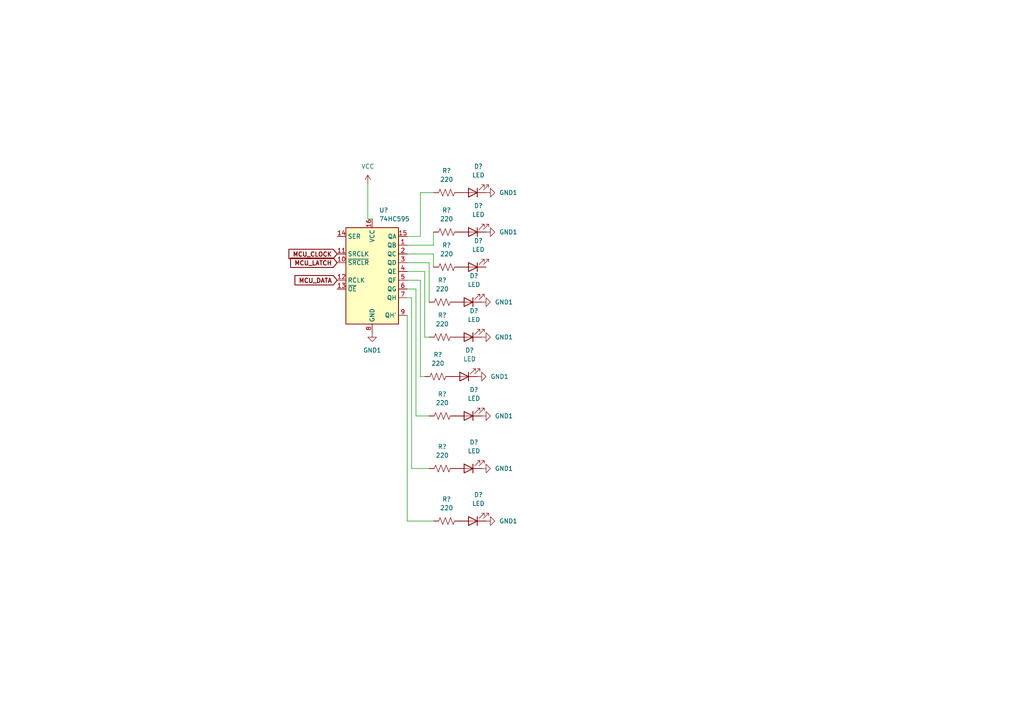
<source format=kicad_sch>
(kicad_sch (version 20211123) (generator eeschema)
  (paper "A4")
  (lib_symbols
    (symbol "74xx:74HC595"
      (property "Reference" "U" (at -7.62 13.97 0))
      (property "Value" "74HC595" (at -7.62 -16.51 0))
      (symbol "74HC595_1_0"
        (pin tri_state line (at 10.16 7.62 180) (length 2.54) (name "QB") (number "1"))
        (pin input line (at -10.16 2.54 0) (length 2.54) (name "~{SRCLR}") (number "10"))
        (pin input line (at -10.16 5.08 0) (length 2.54) (name "SRCLK") (number "11"))
        (pin input line (at -10.16 -2.54 0) (length 2.54) (name "RCLK") (number "12"))
        (pin input line (at -10.16 -5.08 0) (length 2.54) (name "~{OE}") (number "13"))
        (pin input line (at -10.16 10.16 0) (length 2.54) (name "SER") (number "14"))
        (pin tri_state line (at 10.16 10.16 180) (length 2.54) (name "QA") (number "15"))
        (pin power_in line (at 0 15.24 270) (length 2.54) (name "VCC") (number "16"))
        (pin tri_state line (at 10.16 5.08 180) (length 2.54) (name "QC") (number "2"))
        (pin tri_state line (at 10.16 2.54 180) (length 2.54) (name "QD") (number "3"))
        (pin tri_state line (at 10.16 0 180) (length 2.54) (name "QE") (number "4"))
        (pin tri_state line (at 10.16 -2.54 180) (length 2.54) (name "QF") (number "5"))
        (pin tri_state line (at 10.16 -5.08 180) (length 2.54) (name "QG") (number "6"))
        (pin tri_state line (at 10.16 -7.62 180) (length 2.54) (name "QH") (number "7"))
        (pin power_in line (at 0 -17.78 90) (length 2.54) (name "GND") (number "8"))
        (pin output line (at 10.16 -12.7 180) (length 2.54) (name "QH'") (number "9"))
      )
      (symbol "74HC595_1_1"
        (rectangle (start -7.62 12.7) (end 7.62 -15.24) (stroke (width 0.254)) (fill (type background)))
      )
    )
    (symbol "Device:LED" (pin_numbers hide) (pin_names (offset 1.016) hide)
      (property "Reference" "D" (at 0 2.54 0))
      (property "Value" "LED" (at 0 -2.54 0))
      (symbol "LED_0_1"
        (polyline (pts (xy -1.27 -1.27) (xy -1.27 1.27)) (stroke (width 0.254)))
        (polyline (pts (xy -1.27 0) (xy 1.27 0)))
        (polyline (pts (xy 1.27 -1.27) (xy 1.27 1.27) (xy -1.27 0) (xy 1.27 -1.27)) (stroke (width 0.254)))
        (polyline (pts (xy -3.048 -0.762) (xy -4.572 -2.286) (xy -3.81 -2.286) (xy -4.572 -2.286) (xy -4.572 -1.524)))
        (polyline (pts (xy -1.778 -0.762) (xy -3.302 -2.286) (xy -2.54 -2.286) (xy -3.302 -2.286) (xy -3.302 -1.524)))
      )
      (symbol "LED_1_1"
        (pin passive line (at -3.81 0 0) (length 2.54) (name "K") (number "1"))
        (pin passive line (at 3.81 0 180) (length 2.54) (name "A") (number "2"))
      )
    )
    (symbol "Device:R_US" (pin_numbers hide) (pin_names (offset 0))
      (property "Reference" "R" (at 2.54 0 90))
      (property "Value" "R_US" (at -2.54 0 90))
      (symbol "R_US_0_1"
        (polyline (pts (xy 0 -2.286) (xy 0 -2.54)))
        (polyline (pts (xy 0 2.286) (xy 0 2.54)))
        (polyline (pts (xy 0 -0.762) (xy 1.016 -1.143) (xy 0 -1.524) (xy -1.016 -1.905) (xy 0 -2.286)))
        (polyline (pts (xy 0 0.762) (xy 1.016 0.381) (xy 0 0) (xy -1.016 -0.381) (xy 0 -0.762)))
        (polyline (pts (xy 0 2.286) (xy 1.016 1.905) (xy 0 1.524) (xy -1.016 1.143) (xy 0 0.762)))
      )
      (symbol "R_US_1_1"
        (pin passive line (at 0 3.81 270) (length 1.27) (name "~") (number "1"))
        (pin passive line (at 0 -3.81 90) (length 1.27) (name "~") (number "2"))
      )
    )
    (symbol "power:GND1" (power) (pin_names (offset 0))
      (property "Value" "GND1" (at 0 -3.81 0))
      (symbol "GND1_0_1"
        (polyline (pts (xy 0 0) (xy 0 -1.27) (xy 1.27 -1.27) (xy 0 -2.54) (xy -1.27 -1.27) (xy 0 -1.27)))
      )
      (symbol "GND1_1_1"
        (pin power_in line (at 0 0 270) (length 0) hide (name "GND1") (number "1"))
      )
    )
    (symbol "power:VCC" (power) (pin_names (offset 0))
      (property "Value" "VCC" (at 0 3.81 0))
      (symbol "VCC_0_1"
        (polyline (pts (xy -0.762 1.27) (xy 0 2.54)))
        (polyline (pts (xy 0 0) (xy 0 2.54)))
        (polyline (pts (xy 0 2.54) (xy 0.762 1.27)))
      )
      (symbol "VCC_1_1"
        (pin power_in line (at 0 0 90) (length 0) hide (name "VCC") (number "1"))
      )
    )
  )
  (wire (pts (xy 106.68 63.5) (xy 107.95 63.5)))
  (wire (pts (xy 118.11 76.2) (xy 124.46 76.2)))
  (wire (pts (xy 118.11 86.36) (xy 119.38 86.36)))
  (wire (pts (xy 118.11 68.58) (xy 121.92 68.58)))
  (wire (pts (xy 121.92 55.88) (xy 125.73 55.88)))
  (wire (pts (xy 121.92 81.28) (xy 121.92 109.22)))
  (wire (pts (xy 125.73 71.12) (xy 125.73 67.31)))
  (wire (pts (xy 118.11 78.74) (xy 123.19 78.74)))
  (wire (pts (xy 119.38 86.36) (xy 119.38 135.89)))
  (wire (pts (xy 123.19 97.79) (xy 124.46 97.79)))
  (wire (pts (xy 118.11 81.28) (xy 121.92 81.28)))
  (wire (pts (xy 124.46 76.2) (xy 124.46 87.63)))
  (wire (pts (xy 118.11 73.66) (xy 125.73 73.66)))
  (wire (pts (xy 106.68 53.34) (xy 106.68 63.5)))
  (wire (pts (xy 118.11 91.44) (xy 118.11 151.13)))
  (wire (pts (xy 121.92 68.58) (xy 121.92 55.88)))
  (wire (pts (xy 118.11 71.12) (xy 125.73 71.12)))
  (wire (pts (xy 123.19 78.74) (xy 123.19 97.79)))
  (wire (pts (xy 118.11 83.82) (xy 120.65 83.82)))
  (wire (pts (xy 120.65 120.65) (xy 124.46 120.65)))
  (wire (pts (xy 121.92 109.22) (xy 123.19 109.22)))
  (wire (pts (xy 119.38 135.89) (xy 124.46 135.89)))
  (wire (pts (xy 118.11 151.13) (xy 125.73 151.13)))
  (wire (pts (xy 125.73 73.66) (xy 125.73 77.47)))
  (wire (pts (xy 120.65 83.82) (xy 120.65 120.65)))
  (global_label "MCU_CLOCK" (shape input) (at 97.79 73.66 180) (effects (font bold)) (property "Intersheet References" "${INTERSHEET_REFS}" (effects hide)))
  (global_label "MCU_DATA" (shape input) (at 97.79 81.28 180) (effects (font bold)) (property "Intersheet References" "${INTERSHEET_REFS}" (effects hide)))
  (global_label "MCU_LATCH" (shape input) (at 97.79 76.2 180) (effects (font bold)) (property "Intersheet References" "${INTERSHEET_REFS}" (effects hide)))
  (symbol (lib_id "Device:LED") (at 134.62 109.22 180) (unit 1)
    (property "Reference" "D?" (at 136.2075 101.6 0))
    (property "Value" "LED" (at 136.2075 104.14 0))
  )
  (symbol (lib_id "Device:LED") (at 135.89 97.79 180) (unit 1)
    (property "Reference" "D?" (at 137.4775 90.17 0))
    (property "Value" "LED" (at 137.4775 92.71 0))
  )
  (symbol (lib_id "Device:R_US") (at 128.27 120.65 90) (unit 1)
    (property "Reference" "R?" (at 128.27 114.3 90))
    (property "Value" "220" (at 128.27 116.84 90))
  )
  (symbol (lib_id "74xx:74HC595") (at 107.95 78.74 0) (unit 1)
    (property "Reference" "U?" (at 109.9694 60.96 0) (effects (justify left)))
    (property "Value" "74HC595" (at 109.9694 63.5 0) (effects (justify left)))
    (property "Datasheet" "http://www.ti.com/lit/ds/symlink/sn74hc595.pdf" (effects hide))
  )
  (symbol (lib_id "power:GND1") (at 139.7 120.65 90) (unit 1)
    (property "Reference" "#PWR?" (effects hide))
    (property "Value" "GND1" (at 143.51 120.6499 90) (effects (justify right)))
  )
  (symbol (lib_id "Device:LED") (at 135.89 120.65 180) (unit 1)
    (property "Reference" "D?" (at 137.4775 113.03 0))
    (property "Value" "LED" (at 137.4775 115.57 0))
  )
  (symbol (lib_id "Device:R_US") (at 129.54 151.13 90) (unit 1)
    (property "Reference" "R?" (at 129.54 144.78 90))
    (property "Value" "220" (at 129.54 147.32 90))
  )
  (symbol (lib_id "Device:R_US") (at 127 109.22 90) (unit 1)
    (property "Reference" "R?" (at 127 102.87 90))
    (property "Value" "220" (at 127 105.41 90))
  )
  (symbol (lib_id "power:GND1") (at 139.7 135.89 90) (unit 1)
    (property "Reference" "#PWR?" (effects hide))
    (property "Value" "GND1" (at 143.51 135.8899 90) (effects (justify right)))
  )
  (symbol (lib_id "Device:R_US") (at 129.54 55.88 90) (unit 1)
    (property "Reference" "R?" (at 129.54 49.53 90))
    (property "Value" "220" (at 129.54 52.07 90))
  )
  (symbol (lib_id "Device:R_US") (at 128.27 135.89 90) (unit 1)
    (property "Reference" "R?" (at 128.27 129.54 90))
    (property "Value" "220" (at 128.27 132.08 90))
  )
  (symbol (lib_id "power:GND1") (at 139.7 87.63 90) (unit 1)
    (property "Reference" "#PWR?" (effects hide))
    (property "Value" "GND1" (at 143.51 87.6299 90) (effects (justify right)))
  )
  (symbol (lib_id "power:GND1") (at 139.7 97.79 90) (unit 1)
    (property "Reference" "#PWR?" (effects hide))
    (property "Value" "GND1" (at 143.51 97.7899 90) (effects (justify right)))
  )
  (symbol (lib_id "Device:LED") (at 137.16 55.88 180) (unit 1)
    (property "Reference" "D?" (at 138.7475 48.26 0))
    (property "Value" "LED" (at 138.7475 50.8 0))
  )
  (symbol (lib_id "Device:R_US") (at 128.27 87.63 90) (unit 1)
    (property "Reference" "R?" (at 128.27 81.28 90))
    (property "Value" "220" (at 128.27 83.82 90))
  )
  (symbol (lib_id "power:GND1") (at 140.97 55.88 90) (unit 1)
    (property "Reference" "#PWR?" (effects hide))
    (property "Value" "GND1" (at 144.78 55.8799 90) (effects (justify right)))
  )
  (symbol (lib_id "Device:LED") (at 137.16 67.31 180) (unit 1)
    (property "Reference" "D?" (at 138.7475 59.69 0))
    (property "Value" "LED" (at 138.7475 62.23 0))
  )
  (symbol (lib_id "Device:LED") (at 137.16 151.13 180) (unit 1)
    (property "Reference" "D?" (at 138.7475 143.51 0))
    (property "Value" "LED" (at 138.7475 146.05 0))
  )
  (symbol (lib_id "power:GND1") (at 107.95 96.52 0) (unit 1)
    (property "Reference" "#PWR?" (effects hide))
    (property "Value" "GND1" (at 107.95 101.6 0))
  )
  (symbol (lib_id "Device:LED") (at 137.16 77.47 180) (unit 1)
    (property "Reference" "D?" (at 138.7475 69.85 0))
    (property "Value" "LED" (at 138.7475 72.39 0))
  )
  (symbol (lib_id "Device:LED") (at 135.89 87.63 180) (unit 1)
    (property "Reference" "D?" (at 137.4775 80.01 0))
    (property "Value" "LED" (at 137.4775 82.55 0))
  )
  (symbol (lib_id "power:GND1") (at 138.43 109.22 90) (unit 1)
    (property "Reference" "#PWR?" (effects hide))
    (property "Value" "GND1" (at 142.24 109.2199 90) (effects (justify right)))
  )
  (symbol (lib_id "Device:R_US") (at 129.54 77.47 90) (unit 1)
    (property "Reference" "R?" (at 129.54 71.12 90))
    (property "Value" "220" (at 129.54 73.66 90))
  )
  (symbol (lib_id "Device:LED") (at 135.89 135.89 180) (unit 1)
    (property "Reference" "D?" (at 137.4775 128.27 0))
    (property "Value" "LED" (at 137.4775 130.81 0))
  )
  (symbol (lib_id "Device:R_US") (at 128.27 97.79 90) (unit 1)
    (property "Reference" "R?" (at 128.27 91.44 90))
    (property "Value" "220" (at 128.27 93.98 90))
  )
  (symbol (lib_id "power:GND1") (at 140.97 67.31 90) (unit 1)
    (property "Reference" "#PWR?" (effects hide))
    (property "Value" "GND1" (at 144.78 67.3099 90) (effects (justify right)))
  )
  (symbol (lib_id "power:VCC") (at 106.68 53.34 0) (unit 1)
    (property "Reference" "#PWR?" (effects hide))
    (property "Value" "VCC" (at 106.68 48.26 0))
  )
  (symbol (lib_id "power:GND1") (at 140.97 151.13 90) (unit 1)
    (property "Reference" "#PWR?" (effects hide))
    (property "Value" "GND1" (at 144.78 151.1299 90) (effects (justify right)))
  )
  (symbol (lib_id "Device:R_US") (at 129.54 67.31 90) (unit 1)
    (property "Reference" "R?" (at 129.54 60.96 90))
    (property "Value" "220" (at 129.54 63.5 90))
  )
)
</source>
